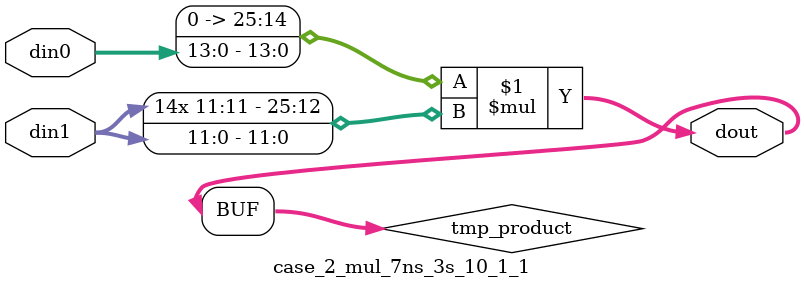
<source format=v>

`timescale 1 ns / 1 ps

 (* use_dsp = "no" *)  module case_2_mul_7ns_3s_10_1_1(din0, din1, dout);
parameter ID = 1;
parameter NUM_STAGE = 0;
parameter din0_WIDTH = 14;
parameter din1_WIDTH = 12;
parameter dout_WIDTH = 26;

input [din0_WIDTH - 1 : 0] din0; 
input [din1_WIDTH - 1 : 0] din1; 
output [dout_WIDTH - 1 : 0] dout;

wire signed [dout_WIDTH - 1 : 0] tmp_product;

























assign tmp_product = $signed({1'b0, din0}) * $signed(din1);










assign dout = tmp_product;





















endmodule

</source>
